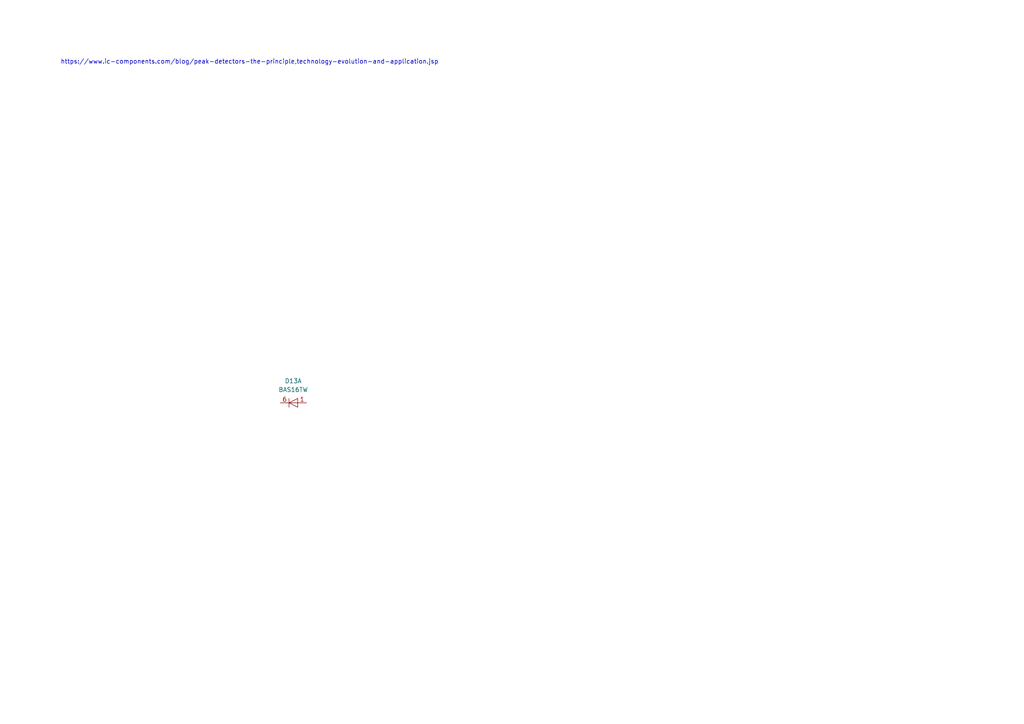
<source format=kicad_sch>
(kicad_sch (version 20250114) (generator "eeschema") (generator_version "9.0")
  (paper "A4")
  (lib_symbols
    (symbol "Diode:BAS16TW" (pin_names (offset 1.016) (hide yes))
      (property "Reference" "D" (at 0 2.54 0))
      (property "Value" "BAS16TW" (at 0 -2.54 0))
      (symbol "BAS16TW_0_1"
        (polyline (pts (xy -1.27 1.27) (xy -1.27 -1.27)) (stroke (width 0.1524)))
        (polyline (pts (xy 1.27 1.27) (xy 1.27 -1.27)))
        (polyline (pts (xy 1.27 1.27) (xy -1.27 0) (xy 1.27 -1.27)))
        (polyline (pts (xy 1.27 0) (xy -1.27 0)))
      )
      (symbol "BAS16TW_1_1"
        (pin passive line (at -3.81 0 0) (length 2.54) (name "K") (number "6"))
        (pin passive line (at 3.81 0 180) (length 2.54) (name "A") (number "1"))
      )
      (symbol "BAS16TW_2_1"
        (pin passive line (at -3.81 0 0) (length 2.54) (name "K") (number "5"))
        (pin passive line (at 3.81 0 180) (length 2.54) (name "A") (number "2"))
      )
      (symbol "BAS16TW_3_1"
        (pin passive line (at -3.81 0 0) (length 2.54) (name "K") (number "4"))
        (pin passive line (at 3.81 0 180) (length 2.54) (name "A") (number "3"))
      )
    )
  )
  (text "https://www.ic-components.com/blog/peak-detectors-the-principle,technology-evolution-and-application.jsp" (at 72.39 18.034 0) (effects (font (size 1.27 1.27))))
  (symbol (lib_id "Diode:BAS16TW") (at 85.09 116.84 0) (unit 1)
    (property "Reference" "D13" (at 85.0519 110.49 0))
    (property "Value" "BAS16TW" (at 85.0519 113.03 0))
    (property "Footprint" "Package_TO_SOT_SMD:SOT-363_SC-70-6_Handsoldering" (effects (hide yes)))
    (property "Datasheet" "http://www.diodes.com/datasheets/ds30154.pdf" (effects (hide yes)))
    (property "Description" "Fast switching diode array 3 independent" (effects (hide yes)))
  )
)
</source>
